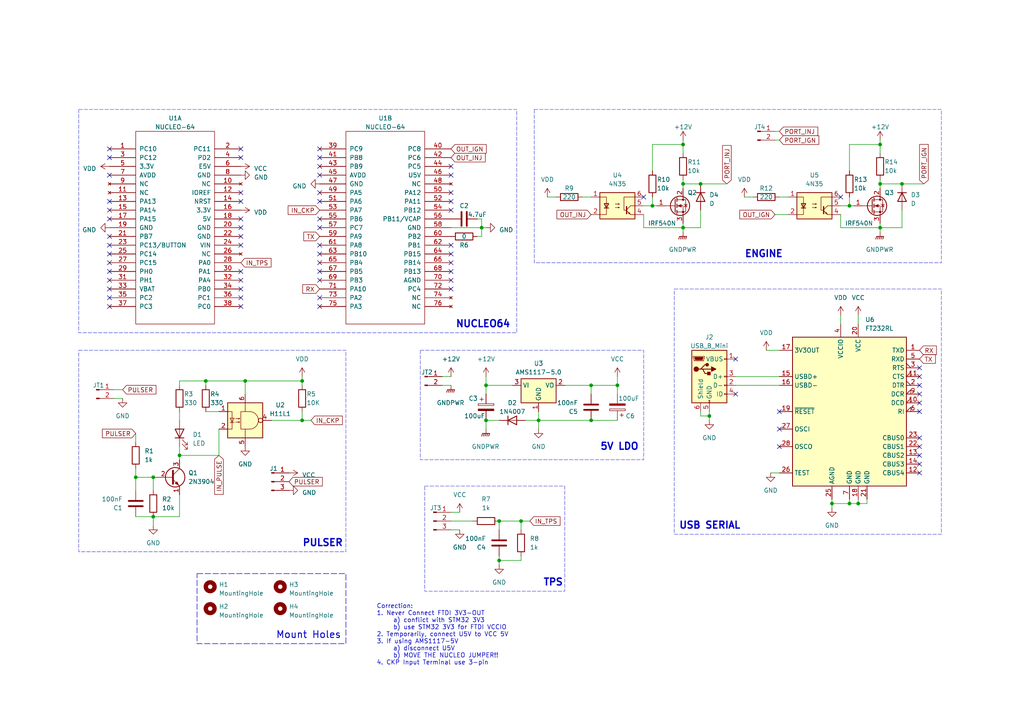
<source format=kicad_sch>
(kicad_sch (version 20230121) (generator eeschema)
  (paper "A4")
  (lib_symbols
    (symbol "+12V_1" (power) (pin_names (offset 0))
      (property "Value" "+12V_1" (at 0 3.556 0))
      (symbol "+12V_1_1_1"
        (pin power_in line (at 0 0 90) (length 0) hide (name "+12V") (number "1"))
      )
    )
    (symbol "Connector:Conn_01x02_Pin" (pin_names (offset 1.016) hide)
      (property "Reference" "J" (at 0 2.54 0))
      (property "Value" "Conn_01x02_Pin" (at 0 -5.08 0))
      (symbol "Conn_01x02_Pin_1_1"
        (pin passive line (at 5.08 0 180) (length 3.81) (name "Pin_1") (number "1"))
        (pin passive line (at 5.08 -2.54 180) (length 3.81) (name "Pin_2") (number "2"))
      )
    )
    (symbol "Connector:Conn_01x03_Pin" (pin_names (offset 1.016) hide)
      (property "Reference" "J" (at 0 5.08 0))
      (property "Value" "Conn_01x03_Pin" (at 0 -5.08 0))
      (symbol "Conn_01x03_Pin_1_1"
        (pin passive line (at 5.08 2.54 180) (length 3.81) (name "Pin_1") (number "1"))
        (pin passive line (at 5.08 0 180) (length 3.81) (name "Pin_2") (number "2"))
        (pin passive line (at 5.08 -2.54 180) (length 3.81) (name "Pin_3") (number "3"))
      )
    )
    (symbol "Connector:USB_B_Mini" (pin_names (offset 1.016))
      (property "Reference" "J" (at -5.08 11.43 0))
      (property "Value" "USB_B_Mini" (at -5.08 8.89 0))
      (symbol "USB_B_Mini_1_1"
        (pin power_out line (at 7.62 5.08 180) (length 2.54) (name "VBUS") (number "1"))
        (pin bidirectional line (at 7.62 -2.54 180) (length 2.54) (name "D-") (number "2"))
        (pin bidirectional line (at 7.62 0 180) (length 2.54) (name "D+") (number "3"))
        (pin passive line (at 7.62 -5.08 180) (length 2.54) (name "ID") (number "4"))
        (pin power_out line (at 0 -10.16 90) (length 2.54) (name "GND") (number "5"))
        (pin passive line (at -2.54 -10.16 90) (length 2.54) (name "Shield") (number "6"))
      )
    )
    (symbol "Device:C" (pin_numbers hide) (pin_names (offset 0.254))
      (property "Reference" "C" (at 0.635 2.54 0))
      (property "Value" "C" (at 0.635 -2.54 0))
      (symbol "C_1_1"
        (pin passive line (at 0 3.81 270) (length 2.794) (name "~") (number "1"))
        (pin passive line (at 0 -3.81 90) (length 2.794) (name "~") (number "2"))
      )
    )
    (symbol "Device:C_Polarized" (pin_numbers hide) (pin_names (offset 0.254))
      (property "Reference" "C" (at 0.635 2.54 0))
      (property "Value" "C_Polarized" (at 0.635 -2.54 0))
      (symbol "C_Polarized_1_1"
        (pin passive line (at 0 3.81 270) (length 2.794) (name "~") (number "1"))
        (pin passive line (at 0 -3.81 90) (length 2.794) (name "~") (number "2"))
      )
    )
    (symbol "Device:D" (pin_numbers hide) (pin_names (offset 1.016) hide)
      (property "Reference" "D" (at 0 2.54 0))
      (property "Value" "D" (at 0 -2.54 0))
      (symbol "D_1_1"
        (pin passive line (at -3.81 0 0) (length 2.54) (name "K") (number "1"))
        (pin passive line (at 3.81 0 180) (length 2.54) (name "A") (number "2"))
      )
    )
    (symbol "Device:LED" (pin_numbers hide) (pin_names (offset 1.016) hide)
      (property "Reference" "D" (at 0 2.54 0))
      (property "Value" "LED" (at 0 -2.54 0))
      (symbol "LED_1_1"
        (pin passive line (at -3.81 0 0) (length 2.54) (name "K") (number "1"))
        (pin passive line (at 3.81 0 180) (length 2.54) (name "A") (number "2"))
      )
    )
    (symbol "Device:R" (pin_numbers hide) (pin_names (offset 0))
      (property "Reference" "R" (at 2.032 0 90))
      (property "Value" "R" (at 0 0 90))
      (symbol "R_1_1"
        (pin passive line (at 0 3.81 270) (length 1.27) (name "~") (number "1"))
        (pin passive line (at 0 -3.81 90) (length 1.27) (name "~") (number "2"))
      )
    )
    (symbol "Diode:1N4007" (pin_numbers hide) (pin_names hide)
      (property "Reference" "D" (at 0 2.54 0))
      (property "Value" "1N4007" (at 0 -2.54 0))
      (symbol "1N4007_1_1"
        (pin passive line (at -3.81 0 0) (length 2.54) (name "K") (number "1"))
        (pin passive line (at 3.81 0 180) (length 2.54) (name "A") (number "2"))
      )
    )
    (symbol "Interface_USB:FT232RL"
      (property "Reference" "U" (at -16.51 22.86 0))
      (property "Value" "FT232RL" (at 10.16 22.86 0))
      (symbol "FT232RL_1_1"
        (pin output line (at 20.32 17.78 180) (length 3.81) (name "TXD") (number "1"))
        (pin input input_low (at 20.32 2.54 180) (length 3.81) (name "DCD") (number "10"))
        (pin input input_low (at 20.32 10.16 180) (length 3.81) (name "CTS") (number "11"))
        (pin bidirectional line (at 20.32 -17.78 180) (length 3.81) (name "CBUS4") (number "12"))
        (pin bidirectional line (at 20.32 -12.7 180) (length 3.81) (name "CBUS2") (number "13"))
        (pin bidirectional line (at 20.32 -15.24 180) (length 3.81) (name "CBUS3") (number "14"))
        (pin bidirectional line (at -20.32 10.16 0) (length 3.81) (name "USBD+") (number "15"))
        (pin bidirectional line (at -20.32 7.62 0) (length 3.81) (name "USBD-") (number "16"))
        (pin power_out line (at -20.32 17.78 0) (length 3.81) (name "3V3OUT") (number "17"))
        (pin power_in line (at 2.54 -25.4 90) (length 3.81) (name "GND") (number "18"))
        (pin input line (at -20.32 0 0) (length 3.81) (name "~{RESET}") (number "19"))
        (pin output output_low (at 20.32 7.62 180) (length 3.81) (name "DTR") (number "2"))
        (pin power_in line (at 2.54 25.4 270) (length 3.81) (name "VCC") (number "20"))
        (pin power_in line (at 5.08 -25.4 90) (length 3.81) (name "GND") (number "21"))
        (pin bidirectional line (at 20.32 -10.16 180) (length 3.81) (name "CBUS1") (number "22"))
        (pin bidirectional line (at 20.32 -7.62 180) (length 3.81) (name "CBUS0") (number "23"))
        (pin power_in line (at -5.08 -25.4 90) (length 3.81) (name "AGND") (number "25"))
        (pin input line (at -20.32 -17.78 0) (length 3.81) (name "TEST") (number "26"))
        (pin input line (at -20.32 -5.08 0) (length 3.81) (name "OSCI") (number "27"))
        (pin output line (at -20.32 -10.16 0) (length 3.81) (name "OSCO") (number "28"))
        (pin output output_low (at 20.32 12.7 180) (length 3.81) (name "RTS") (number "3"))
        (pin power_in line (at -2.54 25.4 270) (length 3.81) (name "VCCIO") (number "4"))
        (pin input line (at 20.32 15.24 180) (length 3.81) (name "RXD") (number "5"))
        (pin input input_low (at 20.32 0 180) (length 3.81) (name "RI") (number "6"))
        (pin power_in line (at 0 -25.4 90) (length 3.81) (name "GND") (number "7"))
        (pin input input_low (at 20.32 5.08 180) (length 3.81) (name "DCR") (number "9"))
      )
    )
    (symbol "Isolator:4N35" (pin_names (offset 1.016))
      (property "Reference" "U" (at -5.08 5.08 0))
      (property "Value" "4N35" (at 0 5.08 0))
      (symbol "4N35_1_1"
        (pin passive line (at -7.62 2.54 0) (length 2.54) (name "~") (number "1"))
        (pin passive line (at -7.62 -2.54 0) (length 2.54) (name "~") (number "2"))
        (pin no_connect line (at -5.08 0 0) (length 2.54) hide (name "NC") (number "3"))
        (pin passive line (at 7.62 -2.54 180) (length 2.54) (name "~") (number "4"))
        (pin passive line (at 7.62 0 180) (length 2.54) (name "~") (number "5"))
        (pin passive line (at 7.62 2.54 180) (length 2.54) (name "~") (number "6"))
      )
    )
    (symbol "Isolator:H11L1" (pin_names (offset 1.016))
      (property "Reference" "U" (at 1.27 8.89 0))
      (property "Value" "H11L1" (at 1.27 6.35 0))
      (symbol "H11L1_1_1"
        (pin passive line (at -7.62 2.54 0) (length 2.54) (name "~") (number "1"))
        (pin passive line (at -7.62 -2.54 0) (length 2.54) (name "~") (number "2"))
        (pin no_connect line (at -5.08 0 0) (length 2.54) hide (name "~") (number "3"))
        (pin output inverted (at 7.62 0 180) (length 3.81) (name "~") (number "4"))
        (pin power_in line (at 0 -7.62 90) (length 2.54) (name "~") (number "5"))
        (pin power_in line (at 0 7.62 270) (length 2.54) (name "~") (number "6"))
      )
    )
    (symbol "Mechanical:MountingHole" (pin_names (offset 1.016))
      (property "Reference" "H" (at 0 5.08 0))
      (property "Value" "MountingHole" (at 0 3.175 0))
    )
    (symbol "NUCLEO-64:NUCLEO-64" (pin_names (offset 1.016))
      (property "Reference" "U" (at 0 29.21 0))
      (property "Value" "NUCLEO-64" (at 0 -29.21 0))
      (symbol "NUCLEO-64_1_1"
        (pin bidirectional line (at -19.05 22.86 0) (length 7.62) (name "PC10") (number "1"))
        (pin no_connect line (at 19.05 12.7 180) (length 7.62) (name "NC") (number "10"))
        (pin no_connect line (at -19.05 10.16 0) (length 7.62) (name "NC") (number "11"))
        (pin power_out line (at 19.05 10.16 180) (length 7.62) (name "IOREF") (number "12"))
        (pin bidirectional line (at -19.05 7.62 0) (length 7.62) (name "PA13") (number "13"))
        (pin bidirectional line (at 19.05 7.62 180) (length 7.62) (name "NRST") (number "14"))
        (pin bidirectional line (at -19.05 5.08 0) (length 7.62) (name "PA14") (number "15"))
        (pin power_out line (at 19.05 5.08 180) (length 7.62) (name "3.3V") (number "16"))
        (pin bidirectional line (at -19.05 2.54 0) (length 7.62) (name "PA15") (number "17"))
        (pin power_out line (at 19.05 2.54 180) (length 7.62) (name "5V") (number "18"))
        (pin power_in line (at -19.05 0 0) (length 7.62) (name "GND") (number "19"))
        (pin bidirectional line (at 19.05 22.86 180) (length 7.62) (name "PC11") (number "2"))
        (pin power_in line (at 19.05 0 180) (length 7.62) (name "GND") (number "20"))
        (pin bidirectional line (at -19.05 -2.54 0) (length 7.62) (name "PB7") (number "21"))
        (pin power_in line (at 19.05 -2.54 180) (length 7.62) (name "GND") (number "22"))
        (pin bidirectional line (at -19.05 -5.08 0) (length 7.62) (name "PC13/BUTTON") (number "23"))
        (pin bidirectional line (at 19.05 -5.08 180) (length 7.62) (name "VIN") (number "24"))
        (pin bidirectional line (at -19.05 -7.62 0) (length 7.62) (name "PC14") (number "25"))
        (pin no_connect line (at 19.05 -7.62 180) (length 7.62) (name "NC") (number "26"))
        (pin bidirectional line (at -19.05 -10.16 0) (length 7.62) (name "PC15") (number "27"))
        (pin bidirectional line (at 19.05 -10.16 180) (length 7.62) (name "PA0") (number "28"))
        (pin bidirectional line (at -19.05 -12.7 0) (length 7.62) (name "PH0") (number "29"))
        (pin bidirectional line (at -19.05 20.32 0) (length 7.62) (name "PC12") (number "3"))
        (pin bidirectional line (at 19.05 -12.7 180) (length 7.62) (name "PA1") (number "30"))
        (pin bidirectional line (at -19.05 -15.24 0) (length 7.62) (name "PH1") (number "31"))
        (pin bidirectional line (at 19.05 -15.24 180) (length 7.62) (name "PA4") (number "32"))
        (pin power_in line (at -19.05 -17.78 0) (length 7.62) (name "VBAT") (number "33"))
        (pin bidirectional line (at 19.05 -17.78 180) (length 7.62) (name "PB0") (number "34"))
        (pin bidirectional line (at -19.05 -20.32 0) (length 7.62) (name "PC2") (number "35"))
        (pin bidirectional line (at 19.05 -20.32 180) (length 7.62) (name "PC1") (number "36"))
        (pin bidirectional line (at -19.05 -22.86 0) (length 7.62) (name "PC3") (number "37"))
        (pin bidirectional line (at 19.05 -22.86 180) (length 7.62) (name "PC0") (number "38"))
        (pin bidirectional line (at 19.05 20.32 180) (length 7.62) (name "PD2") (number "4"))
        (pin power_in line (at -19.05 17.78 0) (length 7.62) (name "3.3V") (number "5"))
        (pin power_in line (at 19.05 17.78 180) (length 7.62) (name "E5V") (number "6"))
        (pin power_in line (at -19.05 15.24 0) (length 7.62) (name "AVDD") (number "7"))
        (pin power_in line (at 19.05 15.24 180) (length 7.62) (name "GND") (number "8"))
        (pin no_connect line (at -19.05 12.7 0) (length 7.62) (name "NC") (number "9"))
      )
      (symbol "NUCLEO-64_2_1"
        (pin bidirectional line (at -19.05 22.86 0) (length 7.62) (name "PC9") (number "39"))
        (pin bidirectional line (at 19.05 22.86 180) (length 7.62) (name "PC8") (number "40"))
        (pin bidirectional line (at -19.05 20.32 0) (length 7.62) (name "PB8") (number "41"))
        (pin bidirectional line (at 19.05 20.32 180) (length 7.62) (name "PC6") (number "42"))
        (pin bidirectional line (at -19.05 17.78 0) (length 7.62) (name "PB9") (number "43"))
        (pin bidirectional line (at 19.05 17.78 180) (length 7.62) (name "PC5") (number "44"))
        (pin power_in line (at -19.05 15.24 0) (length 7.62) (name "AVDD") (number "45"))
        (pin power_out line (at 19.05 15.24 180) (length 7.62) (name "U5V") (number "46"))
        (pin power_in line (at -19.05 12.7 0) (length 7.62) (name "GND") (number "47"))
        (pin no_connect line (at 19.05 12.7 180) (length 7.62) (name "NC") (number "48"))
        (pin bidirectional line (at -19.05 10.16 0) (length 7.62) (name "PA5") (number "49"))
        (pin bidirectional line (at 19.05 10.16 180) (length 7.62) (name "PA12") (number "50"))
        (pin bidirectional line (at -19.05 7.62 0) (length 7.62) (name "PA6") (number "51"))
        (pin bidirectional line (at 19.05 7.62 180) (length 7.62) (name "PA11") (number "52"))
        (pin bidirectional line (at -19.05 5.08 0) (length 7.62) (name "PA7") (number "53"))
        (pin bidirectional line (at 19.05 5.08 180) (length 7.62) (name "PB12") (number "54"))
        (pin bidirectional line (at -19.05 2.54 0) (length 7.62) (name "PB6") (number "55"))
        (pin bidirectional line (at 19.05 2.54 180) (length 7.62) (name "PB11/VCAP") (number "56"))
        (pin bidirectional line (at -19.05 0 0) (length 7.62) (name "PC7") (number "57"))
        (pin power_in line (at 19.05 0 180) (length 7.62) (name "GND") (number "58"))
        (pin bidirectional line (at -19.05 -2.54 0) (length 7.62) (name "PA9") (number "59"))
        (pin bidirectional line (at 19.05 -2.54 180) (length 7.62) (name "PB2") (number "60"))
        (pin bidirectional line (at -19.05 -5.08 0) (length 7.62) (name "PA8") (number "61"))
        (pin bidirectional line (at 19.05 -5.08 180) (length 7.62) (name "PB1") (number "62"))
        (pin bidirectional line (at -19.05 -7.62 0) (length 7.62) (name "PB10") (number "63"))
        (pin bidirectional line (at 19.05 -7.62 180) (length 7.62) (name "PB15") (number "64"))
        (pin bidirectional line (at -19.05 -10.16 0) (length 7.62) (name "PB4") (number "65"))
        (pin bidirectional line (at 19.05 -10.16 180) (length 7.62) (name "PB14") (number "66"))
        (pin bidirectional line (at -19.05 -12.7 0) (length 7.62) (name "PB5") (number "67"))
        (pin bidirectional line (at 19.05 -12.7 180) (length 7.62) (name "PB13") (number "68"))
        (pin bidirectional line (at -19.05 -15.24 0) (length 7.62) (name "PB3") (number "69"))
        (pin power_in line (at 19.05 -15.24 180) (length 7.62) (name "AGND") (number "70"))
        (pin bidirectional line (at -19.05 -17.78 0) (length 7.62) (name "PA10") (number "71"))
        (pin bidirectional line (at 19.05 -17.78 180) (length 7.62) (name "PC4") (number "72"))
        (pin bidirectional line (at -19.05 -20.32 0) (length 7.62) (name "PA2") (number "73"))
        (pin no_connect line (at 19.05 -20.32 180) (length 7.62) (name "NC") (number "74"))
        (pin bidirectional line (at -19.05 -22.86 0) (length 7.62) (name "PA3") (number "75"))
        (pin no_connect line (at 19.05 -22.86 180) (length 7.62) (name "NC") (number "76"))
      )
    )
    (symbol "Regulator_Linear:AMS1117-5.0"
      (property "Reference" "U" (at -3.81 3.175 0))
      (property "Value" "AMS1117-5.0" (at 0 3.175 0))
      (symbol "AMS1117-5.0_1_1"
        (pin power_in line (at 0 -7.62 90) (length 2.54) (name "GND") (number "1"))
        (pin power_out line (at 7.62 0 180) (length 2.54) (name "VO") (number "2"))
        (pin power_in line (at -7.62 0 0) (length 2.54) (name "VI") (number "3"))
      )
    )
    (symbol "Transistor_BJT:2N3904" (pin_names (offset 0) hide)
      (property "Reference" "Q" (at 5.08 1.905 0))
      (property "Value" "2N3904" (at 5.08 0 0))
      (symbol "2N3904_1_1"
        (pin passive line (at 2.54 -5.08 90) (length 2.54) (name "E") (number "1"))
        (pin passive line (at -5.08 0 0) (length 5.715) (name "B") (number "2"))
        (pin passive line (at 2.54 5.08 270) (length 2.54) (name "C") (number "3"))
      )
    )
    (symbol "Transistor_FET:IRF540N" (pin_names hide)
      (property "Reference" "Q" (at 6.35 1.905 0))
      (property "Value" "IRF540N" (at 6.35 0 0))
      (symbol "IRF540N_1_1"
        (pin input line (at -5.08 0 0) (length 2.54) (name "G") (number "1"))
        (pin passive line (at 2.54 5.08 270) (length 2.54) (name "D") (number "2"))
        (pin passive line (at 2.54 -5.08 90) (length 2.54) (name "S") (number "3"))
      )
    )
    (symbol "power:+12V" (power) (pin_names (offset 0))
      (property "Value" "+12V" (at 0 3.556 0))
      (symbol "+12V_1_1"
        (pin power_in line (at 0 0 90) (length 0) hide (name "+12V") (number "1"))
      )
    )
    (symbol "power:GND" (power) (pin_names (offset 0))
      (property "Value" "GND" (at 0 -3.81 0))
      (symbol "GND_1_1"
        (pin power_in line (at 0 0 270) (length 0) hide (name "GND") (number "1"))
      )
    )
    (symbol "power:GNDPWR" (power) (pin_names (offset 0))
      (property "Value" "GNDPWR" (at 0 -3.302 0))
      (symbol "GNDPWR_1_1"
        (pin power_in line (at 0 0 270) (length 0) hide (name "GNDPWR") (number "1"))
      )
    )
    (symbol "power:VCC" (power) (pin_names (offset 0))
      (property "Value" "VCC" (at 0 3.81 0))
      (symbol "VCC_1_1"
        (pin power_in line (at 0 0 90) (length 0) hide (name "VCC") (number "1"))
      )
    )
    (symbol "power:VDD" (power) (pin_names (offset 0))
      (property "Value" "VDD" (at 0 3.81 0))
      (symbol "VDD_1_1"
        (pin power_in line (at 0 0 90) (length 0) hide (name "VDD") (number "1"))
      )
    )
  )
  (junction (at 255.27 41.91))
  (junction (at 246.38 59.69))
  (junction (at 87.63 110.49))
  (junction (at 144.78 162.56))
  (junction (at 255.27 66.04))
  (junction (at 255.27 53.34))
  (junction (at 87.63 121.92))
  (junction (at 59.69 110.49))
  (junction (at 52.07 132.08))
  (junction (at 71.12 110.49))
  (junction (at 171.45 111.76))
  (junction (at 205.74 120.65))
  (junction (at 179.07 111.76))
  (junction (at 198.12 41.91))
  (junction (at 144.78 151.13))
  (junction (at 203.2 53.34))
  (junction (at 139.7 66.04))
  (junction (at 151.13 151.13))
  (junction (at 248.92 146.05))
  (junction (at 246.38 146.05))
  (junction (at 189.23 59.69))
  (junction (at 39.37 138.43))
  (junction (at 44.45 149.86))
  (junction (at 44.45 138.43))
  (junction (at 140.97 111.76))
  (junction (at 198.12 66.04))
  (junction (at 261.62 53.34))
  (junction (at 241.3 146.05))
  (junction (at 140.97 121.92))
  (junction (at 156.21 121.92))
  (junction (at 171.45 121.92))
  (junction (at 198.12 53.34))
  (no_connect (at 31.75 43.18))
  (no_connect (at 69.85 58.42))
  (no_connect (at 266.7 134.62))
  (no_connect (at 69.85 45.72))
  (no_connect (at 130.81 81.28))
  (no_connect (at 130.81 48.26))
  (no_connect (at 243.84 57.15))
  (no_connect (at 130.81 60.96))
  (no_connect (at 226.06 119.38))
  (no_connect (at 69.85 43.18))
  (no_connect (at 92.71 50.8))
  (no_connect (at 92.71 88.9))
  (no_connect (at 31.75 76.2))
  (no_connect (at 266.7 129.54))
  (no_connect (at 92.71 55.88))
  (no_connect (at 69.85 78.74))
  (no_connect (at 266.7 119.38))
  (no_connect (at 92.71 73.66))
  (no_connect (at 266.7 116.84))
  (no_connect (at 130.81 78.74))
  (no_connect (at 266.7 114.3))
  (no_connect (at 69.85 55.88))
  (no_connect (at 92.71 48.26))
  (no_connect (at 130.81 83.82))
  (no_connect (at 31.75 68.58))
  (no_connect (at 92.71 78.74))
  (no_connect (at 130.81 58.42))
  (no_connect (at 31.75 50.8))
  (no_connect (at 266.7 137.16))
  (no_connect (at 130.81 76.2))
  (no_connect (at 266.7 127))
  (no_connect (at 266.7 109.22))
  (no_connect (at 31.75 63.5))
  (no_connect (at 31.75 58.42))
  (no_connect (at 266.7 106.68))
  (no_connect (at 31.75 45.72))
  (no_connect (at 31.75 71.12))
  (no_connect (at 92.71 58.42))
  (no_connect (at 31.75 88.9))
  (no_connect (at 92.71 76.2))
  (no_connect (at 130.81 55.88))
  (no_connect (at 92.71 66.04))
  (no_connect (at 92.71 71.12))
  (no_connect (at 31.75 81.28))
  (no_connect (at 92.71 86.36))
  (no_connect (at 266.7 111.76))
  (no_connect (at 226.06 129.54))
  (no_connect (at 31.75 83.82))
  (no_connect (at 92.71 45.72))
  (no_connect (at 92.71 81.28))
  (no_connect (at 130.81 73.66))
  (no_connect (at 69.85 71.12))
  (no_connect (at 92.71 63.5))
  (no_connect (at 213.36 114.3))
  (no_connect (at 69.85 68.58))
  (no_connect (at 92.71 43.18))
  (no_connect (at 69.85 66.04))
  (no_connect (at 69.85 63.5))
  (no_connect (at 69.85 88.9))
  (no_connect (at 130.81 50.8))
  (no_connect (at 213.36 104.14))
  (no_connect (at 31.75 86.36))
  (no_connect (at 31.75 78.74))
  (no_connect (at 69.85 83.82))
  (no_connect (at 69.85 86.36))
  (no_connect (at 186.69 57.15))
  (no_connect (at 130.81 71.12))
  (no_connect (at 226.06 124.46))
  (no_connect (at 69.85 81.28))
  (no_connect (at 266.7 132.08))
  (no_connect (at 31.75 73.66))
  (no_connect (at 31.75 60.96))
  (wire (pts (xy 198.12 40.64) (xy 198.12 41.91)))
  (wire (pts (xy 144.78 161.29) (xy 144.78 162.56)))
  (wire (pts (xy 156.21 119.38) (xy 156.21 121.92)))
  (wire (pts (xy 78.74 121.92) (xy 87.63 121.92)))
  (wire (pts (xy 39.37 125.73) (xy 39.37 128.27)))
  (wire (pts (xy 248.92 144.78) (xy 248.92 146.05)))
  (wire (pts (xy 130.81 151.13) (xy 137.16 151.13)))
  (wire (pts (xy 148.59 111.76) (xy 140.97 111.76)))
  (wire (pts (xy 205.74 119.38) (xy 205.74 120.65)))
  (wire (pts (xy 52.07 132.08) (xy 63.5 132.08)))
  (wire (pts (xy 261.62 60.96) (xy 261.62 66.04)))
  (wire (pts (xy 44.45 138.43) (xy 44.45 142.24)))
  (wire (pts (xy 163.83 111.76) (xy 171.45 111.76)))
  (wire (pts (xy 71.12 110.49) (xy 87.63 110.49)))
  (wire (pts (xy 130.81 153.67) (xy 133.35 153.67)))
  (wire (pts (xy 189.23 49.53) (xy 189.23 41.91)))
  (wire (pts (xy 189.23 59.69) (xy 190.5 59.69)))
  (wire (pts (xy 246.38 57.15) (xy 246.38 59.69)))
  (wire (pts (xy 179.07 109.22) (xy 179.07 111.76)))
  (wire (pts (xy 246.38 146.05) (xy 241.3 146.05)))
  (wire (pts (xy 198.12 41.91) (xy 198.12 44.45)))
  (wire (pts (xy 39.37 149.86) (xy 44.45 149.86)))
  (wire (pts (xy 224.79 62.23) (xy 228.6 62.23)))
  (wire (pts (xy 39.37 135.89) (xy 39.37 138.43)))
  (wire (pts (xy 255.27 52.07) (xy 255.27 53.34)))
  (wire (pts (xy 140.97 109.22) (xy 140.97 111.76)))
  (wire (pts (xy 241.3 146.05) (xy 241.3 147.32)))
  (wire (pts (xy 203.2 60.96) (xy 203.2 66.04)))
  (wire (pts (xy 203.2 120.65) (xy 205.74 120.65)))
  (wire (pts (xy 246.38 49.53) (xy 246.38 41.91)))
  (wire (pts (xy 139.7 63.5) (xy 139.7 66.04)))
  (wire (pts (xy 140.97 121.92) (xy 144.78 121.92)))
  (wire (pts (xy 255.27 53.34) (xy 255.27 54.61)))
  (wire (pts (xy 139.7 68.58) (xy 139.7 66.04)))
  (wire (pts (xy 224.79 40.64) (xy 226.06 40.64)))
  (wire (pts (xy 205.74 120.65) (xy 205.74 121.92)))
  (wire (pts (xy 140.97 121.92) (xy 140.97 124.46)))
  (wire (pts (xy 243.84 91.44) (xy 243.84 93.98)))
  (wire (pts (xy 261.62 66.04) (xy 255.27 66.04)))
  (wire (pts (xy 255.27 41.91) (xy 255.27 44.45)))
  (wire (pts (xy 87.63 110.49) (xy 87.63 111.76)))
  (wire (pts (xy 151.13 161.29) (xy 151.13 162.56)))
  (wire (pts (xy 246.38 146.05) (xy 248.92 146.05)))
  (wire (pts (xy 52.07 119.38) (xy 52.07 121.92)))
  (wire (pts (xy 248.92 146.05) (xy 251.46 146.05)))
  (wire (pts (xy 243.84 66.04) (xy 255.27 66.04)))
  (wire (pts (xy 59.69 111.76) (xy 59.69 110.49)))
  (wire (pts (xy 52.07 110.49) (xy 59.69 110.49)))
  (wire (pts (xy 130.81 148.59) (xy 133.35 148.59)))
  (wire (pts (xy 171.45 111.76) (xy 179.07 111.76)))
  (wire (pts (xy 203.2 119.38) (xy 203.2 120.65)))
  (wire (pts (xy 198.12 64.77) (xy 198.12 66.04)))
  (wire (pts (xy 156.21 121.92) (xy 156.21 124.46)))
  (wire (pts (xy 255.27 40.64) (xy 255.27 41.91)))
  (wire (pts (xy 52.07 149.86) (xy 44.45 149.86)))
  (wire (pts (xy 248.92 91.44) (xy 248.92 93.98)))
  (wire (pts (xy 156.21 121.92) (xy 171.45 121.92)))
  (wire (pts (xy 186.69 59.69) (xy 189.23 59.69)))
  (wire (pts (xy 171.45 121.92) (xy 179.07 121.92)))
  (wire (pts (xy 198.12 53.34) (xy 198.12 54.61)))
  (wire (pts (xy 246.38 144.78) (xy 246.38 146.05)))
  (wire (pts (xy 151.13 162.56) (xy 144.78 162.56)))
  (wire (pts (xy 255.27 66.04) (xy 255.27 67.31)))
  (wire (pts (xy 63.5 132.08) (xy 63.5 124.46)))
  (wire (pts (xy 189.23 41.91) (xy 198.12 41.91)))
  (wire (pts (xy 222.25 101.6) (xy 226.06 101.6)))
  (wire (pts (xy 198.12 52.07) (xy 198.12 53.34)))
  (wire (pts (xy 33.02 115.57) (xy 35.56 115.57)))
  (wire (pts (xy 203.2 66.04) (xy 198.12 66.04)))
  (wire (pts (xy 87.63 119.38) (xy 87.63 121.92)))
  (wire (pts (xy 243.84 62.23) (xy 243.84 66.04)))
  (wire (pts (xy 223.52 137.16) (xy 226.06 137.16)))
  (wire (pts (xy 52.07 129.54) (xy 52.07 132.08)))
  (wire (pts (xy 261.62 53.34) (xy 267.97 53.34)))
  (wire (pts (xy 241.3 144.78) (xy 241.3 146.05)))
  (wire (pts (xy 87.63 109.22) (xy 87.63 110.49)))
  (wire (pts (xy 255.27 64.77) (xy 255.27 66.04)))
  (wire (pts (xy 151.13 153.67) (xy 151.13 151.13)))
  (wire (pts (xy 186.69 62.23) (xy 186.69 66.04)))
  (wire (pts (xy 246.38 59.69) (xy 247.65 59.69)))
  (wire (pts (xy 39.37 138.43) (xy 44.45 138.43)))
  (wire (pts (xy 52.07 133.35) (xy 52.07 132.08)))
  (wire (pts (xy 59.69 110.49) (xy 71.12 110.49)))
  (wire (pts (xy 71.12 114.3) (xy 71.12 110.49)))
  (wire (pts (xy 138.43 68.58) (xy 139.7 68.58)))
  (wire (pts (xy 128.27 109.22) (xy 130.81 109.22)))
  (wire (pts (xy 144.78 162.56) (xy 144.78 163.83)))
  (wire (pts (xy 33.02 113.03) (xy 35.56 113.03)))
  (wire (pts (xy 44.45 149.86) (xy 44.45 152.4)))
  (wire (pts (xy 246.38 41.91) (xy 255.27 41.91)))
  (wire (pts (xy 215.9 57.15) (xy 218.44 57.15)))
  (wire (pts (xy 140.97 66.04) (xy 139.7 66.04)))
  (wire (pts (xy 255.27 53.34) (xy 261.62 53.34)))
  (wire (pts (xy 198.12 53.34) (xy 203.2 53.34)))
  (wire (pts (xy 59.69 119.38) (xy 63.5 119.38)))
  (wire (pts (xy 179.07 111.76) (xy 179.07 114.3)))
  (wire (pts (xy 144.78 151.13) (xy 144.78 153.67)))
  (wire (pts (xy 198.12 67.31) (xy 198.12 66.04)))
  (wire (pts (xy 152.4 121.92) (xy 156.21 121.92)))
  (wire (pts (xy 128.27 111.76) (xy 130.81 111.76)))
  (wire (pts (xy 139.7 66.04) (xy 130.81 66.04)))
  (wire (pts (xy 213.36 109.22) (xy 226.06 109.22)))
  (wire (pts (xy 140.97 111.76) (xy 140.97 114.3)))
  (wire (pts (xy 171.45 111.76) (xy 171.45 114.3)))
  (wire (pts (xy 52.07 111.76) (xy 52.07 110.49)))
  (wire (pts (xy 251.46 144.78) (xy 251.46 146.05)))
  (wire (pts (xy 203.2 53.34) (xy 210.82 53.34)))
  (wire (pts (xy 151.13 151.13) (xy 153.67 151.13)))
  (wire (pts (xy 52.07 143.51) (xy 52.07 149.86)))
  (wire (pts (xy 39.37 142.24) (xy 39.37 138.43)))
  (wire (pts (xy 224.79 38.1) (xy 226.06 38.1)))
  (wire (pts (xy 226.06 57.15) (xy 228.6 57.15)))
  (wire (pts (xy 158.75 57.15) (xy 161.29 57.15)))
  (wire (pts (xy 87.63 121.92) (xy 90.17 121.92)))
  (wire (pts (xy 186.69 66.04) (xy 198.12 66.04)))
  (wire (pts (xy 189.23 57.15) (xy 189.23 59.69)))
  (wire (pts (xy 151.13 151.13) (xy 144.78 151.13)))
  (wire (pts (xy 168.91 57.15) (xy 171.45 57.15)))
  (wire (pts (xy 243.84 59.69) (xy 246.38 59.69)))
  (wire (pts (xy 138.43 63.5) (xy 139.7 63.5)))
  (wire (pts (xy 213.36 111.76) (xy 226.06 111.76)))
  (rectangle (start 57.15 166.37) (end 100.33 186.69) (stroke (width 0) (type dash)))
  (rectangle (start 195.58 83.82) (end 273.05 154.94) (stroke (width 0.1) (type dash)))
  (rectangle (start 22.86 101.6) (end 100.33 160.02) (stroke (width 0.1) (type dash)))
  (rectangle (start 22.86 31.75) (end 149.86 96.52) (stroke (width 0.1) (type dash)))
  (rectangle (start 154.94 31.75) (end 273.05 76.2) (stroke (width 0.1) (type dash)))
  (rectangle (start 121.92 101.6) (end 186.69 133.35) (stroke (width 0.1) (type dash)))
  (rectangle (start 123.19 140.97) (end 163.83 171.45) (stroke (width 0.1) (type dash)))
  (text "Mount Holes\n" (at 80.01 185.42 0) (effects (font (size 2 2) (thickness 0.254) bold) (justify left bottom)))
  (text "NUCLEO64\n" (at 132.08 95.25 0) (effects (font (size 2 2) bold) (justify left bottom)))
  (text "TPS" (at 157.48 170.18 0) (effects (font (size 2 2) bold) (justify left bottom)))
  (text "5V LDO" (at 173.99 130.81 0) (effects (font (size 2 2) bold) (justify left bottom)))
  (text "USB SERIAL\n" (at 196.85 153.67 0) (effects (font (size 2 2) bold) (justify left bottom)))
  (text "PULSER\n" (at 87.63 158.75 0) (effects (font (size 2 2) bold) (justify left bottom)))
  (text "ENGINE\n" (at 215.9 74.93 0) (effects (font (size 2 2) bold) (justify left bottom)))
  (text "Correction:\n1. Never Connect FTDI 3V3-OUT\n	a) conflict with STM32 3V3\n	b) use STM32 3V3 for FTDI VCCIO\n2. Temporarily, connect U5V to VCC 5V\n3. If using AMS1117-5V\n	a) disconnect U5V\n	b) MOVE THE NUCLEO JUMPER!!\n4. CKP Input Terminal use 3-pin" (at 109.22 193.04 0) (effects (font (size 1.27 1.27)) (justify left bottom)))
  (global_label "RX" (shape input) (at 266.7 101.6 0) (property "Intersheetrefs" "${INTERSHEET_REFS}" (effects hide)))
  (global_label "TX" (shape input) (at 92.71 68.58 180) (property "Intersheetrefs" "${INTERSHEET_REFS}" (effects hide)))
  (global_label "IN_CKP" (shape input) (at 90.17 121.92 0) (property "Intersheetrefs" "${INTERSHEET_REFS}" (effects hide)))
  (global_label "OUT_INJ" (shape input) (at 171.45 62.23 180) (property "Intersheetrefs" "${INTERSHEET_REFS}" (effects hide)))
  (global_label "PORT_INJ" (shape input) (at 210.82 53.34 90) (property "Intersheetrefs" "${INTERSHEET_REFS}" (effects hide)))
  (global_label "OUT_IGN" (shape input) (at 130.81 43.18 0) (property "Intersheetrefs" "${INTERSHEET_REFS}" (effects hide)))
  (global_label "PORT_INJ" (shape input) (at 226.06 38.1 0) (property "Intersheetrefs" "${INTERSHEET_REFS}" (effects hide)))
  (global_label "OUT_IGN" (shape input) (at 224.79 62.23 180) (property "Intersheetrefs" "${INTERSHEET_REFS}" (effects hide)))
  (global_label "OUT_INJ" (shape input) (at 130.81 45.72 0) (property "Intersheetrefs" "${INTERSHEET_REFS}" (effects hide)))
  (global_label "IN_TPS" (shape input) (at 153.67 151.13 0) (property "Intersheetrefs" "${INTERSHEET_REFS}" (effects hide)))
  (global_label "IN_PULSE" (shape input) (at 63.5 132.08 270) (property "Intersheetrefs" "${INTERSHEET_REFS}" (effects hide)))
  (global_label "IN_TPS" (shape input) (at 69.85 76.2 0) (property "Intersheetrefs" "${INTERSHEET_REFS}" (effects hide)))
  (global_label "IN_CKP" (shape input) (at 92.71 60.96 180) (property "Intersheetrefs" "${INTERSHEET_REFS}" (effects hide)))
  (global_label "PULSER" (shape input) (at 39.37 125.73 180) (property "Intersheetrefs" "${INTERSHEET_REFS}" (effects hide)))
  (global_label "RX" (shape input) (at 92.71 83.82 180) (property "Intersheetrefs" "${INTERSHEET_REFS}" (effects hide)))
  (global_label "TX" (shape input) (at 266.7 104.14 0) (property "Intersheetrefs" "${INTERSHEET_REFS}" (effects hide)))
  (global_label "PORT_IGN" (shape input) (at 226.06 40.64 0) (property "Intersheetrefs" "${INTERSHEET_REFS}" (effects hide)))
  (global_label "PORT_IGN" (shape input) (at 267.97 53.34 90) (property "Intersheetrefs" "${INTERSHEET_REFS}" (effects hide)))
  (global_label "PULSER" (shape input) (at 83.82 139.7 0) (property "Intersheetrefs" "${INTERSHEET_REFS}" (effects hide)))
  (global_label "PULSER" (shape input) (at 35.56 113.03 0) (property "Intersheetrefs" "${INTERSHEET_REFS}" (effects hide)))
  (symbol (lib_name "+12V_1") (lib_id "power:+12V") (at 198.12 40.64 0) (unit 1)
    (property "Reference" "#PWR024" (effects hide))
    (property "Value" "+12V" (at 198.12 36.83 0))
  )
  (symbol (lib_id "Transistor_FET:IRF540N") (at 252.73 59.69 0) (unit 1)
    (property "Reference" "Q3" (at 256.54 55.88 0) (effects (justify left)))
    (property "Value" "IRF540N" (at 245.11 64.77 0) (effects (justify left)))
    (property "Footprint" "Package_TO_SOT_THT:TO-220-3_Horizontal_TabDown" (effects hide))
    (property "Datasheet" "http://www.irf.com/product-info/datasheets/data/irf540n.pdf" (effects hide))
  )
  (symbol (lib_id "Device:C_Polarized") (at 179.07 118.11 180) (unit 1)
    (property "Reference" "C6" (at 184.15 120.65 0) (effects (justify left)))
    (property "Value" "100uF" (at 185.42 115.57 0) (effects (justify left)))
    (property "Footprint" "Capacitor_THT:CP_Radial_D7.5mm_P2.50mm" (effects hide))
  )
  (symbol (lib_id "Diode:1N4007") (at 148.59 121.92 0) (unit 1)
    (property "Reference" "D2" (at 148.59 116.84 0))
    (property "Value" "1N4007" (at 148.59 119.38 0))
    (property "Footprint" "Diode_THT:D_DO-41_SOD81_P10.16mm_Horizontal" (effects hide))
    (property "Datasheet" "http://www.vishay.com/docs/88503/1n4001.pdf" (effects hide))
    (property "Sim.Device" "D" (effects hide))
    (property "Sim.Pins" "1=K 2=A" (effects hide))
  )
  (symbol (lib_id "Device:C") (at 134.62 63.5 90) (unit 1)
    (property "Reference" "C2" (at 134.62 59.69 90))
    (property "Value" "4.7uF" (at 138.43 62.23 90))
    (property "Footprint" "Capacitor_SMD:C_1206_3216Metric_Pad1.33x1.80mm_HandSolder" (effects hide))
  )
  (symbol (lib_id "Isolator:H11L1") (at 71.12 121.92 0) (unit 1)
    (property "Reference" "U2" (at 81.28 117.475 0))
    (property "Value" "H11L1" (at 81.28 120.015 0))
    (property "Footprint" "Package_DIP:DIP-6_W7.62mm" (effects hide))
    (property "Datasheet" "https://www.onsemi.com/pub/Collateral/H11L3M-D.PDF" (effects hide))
  )
  (symbol (lib_id "power:GND") (at 44.45 152.4 0) (unit 1)
    (property "Reference" "#PWR04" (effects hide))
    (property "Value" "GND" (at 44.45 157.48 0))
  )
  (symbol (lib_id "power:GND") (at 223.52 137.16 0) (unit 1)
    (property "Reference" "#PWR029" (effects hide))
    (property "Value" "GND" (at 223.52 142.24 0))
  )
  (symbol (lib_id "Mechanical:MountingHole") (at 60.96 170.18 0) (unit 1)
    (property "Reference" "H1" (at 63.5 169.545 0) (effects (justify left)))
    (property "Value" "MountingHole" (at 63.5 172.085 0) (effects (justify left)))
    (property "Footprint" "MountingHole:MountingHole_2.5mm" (effects hide))
  )
  (symbol (lib_id "Mechanical:MountingHole") (at 81.28 176.53 0) (unit 1)
    (property "Reference" "H4" (at 83.82 175.895 0) (effects (justify left)))
    (property "Value" "MountingHole" (at 83.82 178.435 0) (effects (justify left)))
    (property "Footprint" "MountingHole:MountingHole_2.5mm" (effects hide))
  )
  (symbol (lib_id "power:VCC") (at 179.07 109.22 0) (unit 1)
    (property "Reference" "#PWR023" (effects hide))
    (property "Value" "VCC" (at 179.07 104.14 0))
  )
  (symbol (lib_id "Device:R") (at 59.69 115.57 0) (unit 1)
    (property "Reference" "R4" (at 60.96 114.3 0) (effects (justify left)))
    (property "Value" "330" (at 60.96 116.84 0) (effects (justify left)))
    (property "Footprint" "Resistor_SMD:R_1206_3216Metric_Pad1.30x1.75mm_HandSolder" (effects hide))
  )
  (symbol (lib_id "power:GNDPWR") (at 130.81 111.76 0) (unit 1)
    (property "Reference" "#PWR014" (effects hide))
    (property "Value" "GNDPWR" (at 130.683 116.84 0))
  )
  (symbol (lib_id "power:VDD") (at 87.63 109.22 0) (unit 1)
    (property "Reference" "#PWR011" (effects hide))
    (property "Value" "VDD" (at 87.63 104.14 0))
  )
  (symbol (lib_id "Device:R") (at 87.63 115.57 0) (unit 1)
    (property "Reference" "R5" (at 88.9 114.3 0) (effects (justify left)))
    (property "Value" "10K" (at 88.9 116.84 0) (effects (justify left)))
    (property "Footprint" "Resistor_SMD:R_1206_3216Metric_Pad1.30x1.75mm_HandSolder" (effects hide))
  )
  (symbol (lib_id "Device:C_Polarized") (at 140.97 118.11 0) (unit 1)
    (property "Reference" "C3" (at 135.89 115.57 0) (effects (justify left)))
    (property "Value" "100uF" (at 134.62 120.65 0) (effects (justify left)))
    (property "Footprint" "Capacitor_THT:CP_Radial_D7.5mm_P2.50mm" (effects hide))
  )
  (symbol (lib_id "power:GND") (at 133.35 153.67 0) (unit 1)
    (property "Reference" "#PWR016" (effects hide))
    (property "Value" "GND" (at 133.35 158.75 0))
  )
  (symbol (lib_id "Isolator:4N35") (at 179.07 59.69 0) (unit 1)
    (property "Reference" "U4" (at 179.07 50.8 0))
    (property "Value" "4N35" (at 179.07 53.34 0))
    (property "Footprint" "Package_DIP:DIP-6_W7.62mm" (effects hide))
    (property "Datasheet" "https://www.vishay.com/docs/81181/4n35.pdf" (effects hide))
  )
  (symbol (lib_id "power:VCC") (at 133.35 148.59 0) (unit 1)
    (property "Reference" "#PWR015" (effects hide))
    (property "Value" "VCC" (at 133.35 143.51 0))
  )
  (symbol (lib_id "power:+12V") (at 130.81 109.22 0) (unit 1)
    (property "Reference" "#PWR013" (effects hide))
    (property "Value" "+12V" (at 130.81 104.14 0))
  )
  (symbol (lib_id "Connector:Conn_01x03_Pin") (at 125.73 151.13 0) (unit 1)
    (property "Reference" "JT3" (at 126.365 147.32 0))
    (property "Value" "Conn_01x03_Pin" (effects hide))
    (property "Footprint" "TerminalBlock:TerminalBlock_Altech_AK300-3_P5.00mm" (effects hide))
  )
  (symbol (lib_id "power:GND") (at 205.74 121.92 0) (unit 1)
    (property "Reference" "#PWR026" (effects hide))
    (property "Value" "GND" (at 205.74 127 0))
  )
  (symbol (lib_id "power:VDD") (at 31.75 48.26 90) (unit 1)
    (property "Reference" "#PWR01" (effects hide))
    (property "Value" "VDD" (at 27.94 48.895 90) (effects (justify left)))
  )
  (symbol (lib_id "Device:LED") (at 52.07 125.73 90) (unit 1)
    (property "Reference" "D1" (at 55.88 126.0474 90) (effects (justify right)))
    (property "Value" "LED" (at 55.88 128.5874 90) (effects (justify right)))
    (property "Footprint" "LED_SMD:LED_1206_3216Metric_Pad1.42x1.75mm_HandSolder" (effects hide))
  )
  (symbol (lib_id "Device:R") (at 165.1 57.15 90) (unit 1)
    (property "Reference" "R9" (at 165.1 54.61 90))
    (property "Value" "220" (at 165.1 57.15 90))
    (property "Footprint" "Resistor_SMD:R_1206_3216Metric_Pad1.30x1.75mm_HandSolder" (effects hide))
  )
  (symbol (lib_id "Transistor_FET:IRF540N") (at 195.58 59.69 0) (unit 1)
    (property "Reference" "Q2" (at 199.39 55.88 0) (effects (justify left)))
    (property "Value" "IRF540N" (at 187.96 64.77 0) (effects (justify left)))
    (property "Footprint" "Package_TO_SOT_THT:TO-220-3_Horizontal_TabDown" (effects hide))
    (property "Datasheet" "http://www.irf.com/product-info/datasheets/data/irf540n.pdf" (effects hide))
  )
  (symbol (lib_id "power:VCC") (at 69.85 48.26 270) (unit 1)
    (property "Reference" "#PWR05" (effects hide))
    (property "Value" "VCC" (at 73.66 48.895 90) (effects (justify left)))
  )
  (symbol (lib_id "power:VDD") (at 215.9 57.15 0) (unit 1)
    (property "Reference" "#PWR027" (effects hide))
    (property "Value" "VDD" (at 215.9 52.07 0))
  )
  (symbol (lib_id "Connector:Conn_01x02_Pin") (at 123.19 109.22 0) (unit 1)
    (property "Reference" "JT2" (at 123.825 107.95 0))
    (property "Value" "Conn_01x02_Pin" (effects hide))
    (property "Footprint" "TerminalBlock:TerminalBlock_Altech_AK300-2_P5.00mm" (effects hide))
  )
  (symbol (lib_id "Mechanical:MountingHole") (at 60.96 176.53 0) (unit 1)
    (property "Reference" "H2" (at 63.5 175.895 0) (effects (justify left)))
    (property "Value" "MountingHole" (at 63.5 178.435 0) (effects (justify left)))
    (property "Footprint" "MountingHole:MountingHole_2.5mm" (effects hide))
  )
  (symbol (lib_id "Isolator:4N35") (at 236.22 59.69 0) (unit 1)
    (property "Reference" "U5" (at 236.22 50.8 0))
    (property "Value" "4N35" (at 236.22 53.34 0))
    (property "Footprint" "Package_DIP:DIP-6_W7.62mm" (effects hide))
    (property "Datasheet" "https://www.vishay.com/docs/81181/4n35.pdf" (effects hide))
  )
  (symbol (lib_id "Mechanical:MountingHole") (at 81.28 170.18 0) (unit 1)
    (property "Reference" "H3" (at 83.82 169.545 0) (effects (justify left)))
    (property "Value" "MountingHole" (at 83.82 172.085 0) (effects (justify left)))
    (property "Footprint" "MountingHole:MountingHole_2.5mm" (effects hide))
  )
  (symbol (lib_id "Device:R") (at 222.25 57.15 90) (unit 1)
    (property "Reference" "R12" (at 222.25 54.61 90))
    (property "Value" "220" (at 222.25 57.15 90))
    (property "Footprint" "Resistor_SMD:R_1206_3216Metric_Pad1.30x1.75mm_HandSolder" (effects hide))
  )
  (symbol (lib_id "Device:R") (at 39.37 132.08 0) (unit 1)
    (property "Reference" "R1" (at 41.91 130.8099 0) (effects (justify left)))
    (property "Value" "1k" (at 41.91 133.3499 0) (effects (justify left)))
    (property "Footprint" "Resistor_SMD:R_1206_3216Metric_Pad1.30x1.75mm_HandSolder" (effects hide))
  )
  (symbol (lib_id "power:VCC") (at 83.82 137.16 270) (unit 1)
    (property "Reference" "#PWR09" (effects hide))
    (property "Value" "VCC" (at 87.63 137.795 90) (effects (justify left)))
  )
  (symbol (lib_id "NUCLEO-64:NUCLEO-64") (at 111.76 66.04 0) (unit 2)
    (property "Reference" "U1" (at 111.76 34.29 0))
    (property "Value" "NUCLEO-64" (at 111.76 36.83 0))
    (property "Footprint" "user:Nucleo-64" (effects hide))
    (property "Datasheet" "DOCUMENTATION" (effects hide))
  )
  (symbol (lib_id "Connector:Conn_01x03_Pin") (at 78.74 139.7 0) (unit 1)
    (property "Reference" "J1" (at 79.375 135.89 0))
    (property "Value" "Conn_01x03_Pin" (effects hide))
    (property "Footprint" "Connector_PinHeader_2.54mm:PinHeader_1x03_P2.54mm_Vertical" (effects hide))
  )
  (symbol (lib_id "power:VCC") (at 248.92 91.44 0) (unit 1)
    (property "Reference" "#PWR032" (effects hide))
    (property "Value" "VCC" (at 248.92 86.36 0))
  )
  (symbol (lib_id "Device:C") (at 144.78 157.48 180) (unit 1)
    (property "Reference" "C4" (at 140.97 158.7501 0) (effects (justify left)))
    (property "Value" "100nF" (at 140.97 156.2101 0) (effects (justify left)))
    (property "Footprint" "Capacitor_SMD:C_1206_3216Metric_Pad1.33x1.80mm_HandSolder" (effects hide))
  )
  (symbol (lib_id "Regulator_Linear:AMS1117-5.0") (at 156.21 111.76 0) (unit 1)
    (property "Reference" "U3" (at 156.21 105.41 0))
    (property "Value" "AMS1117-5.0" (at 156.21 107.95 0))
    (property "Footprint" "Package_TO_SOT_SMD:SOT-223-3_TabPin2" (effects hide))
    (property "Datasheet" "http://www.advanced-monolithic.com/pdf/ds1117.pdf" (effects hide))
  )
  (symbol (lib_id "Transistor_BJT:2N3904") (at 49.53 138.43 0) (unit 1)
    (property "Reference" "Q1" (at 54.61 137.1599 0) (effects (justify left)))
    (property "Value" "2N3904" (at 54.61 139.6999 0) (effects (justify left)))
    (property "Footprint" "Package_TO_SOT_THT:TO-92_Inline" (effects hide))
    (property "Datasheet" "https://www.onsemi.com/pub/Collateral/2N3903-D.PDF" (effects hide))
  )
  (symbol (lib_id "power:VDD") (at 69.85 60.96 270) (unit 1)
    (property "Reference" "#PWR07" (effects hide))
    (property "Value" "VDD" (at 73.66 61.595 90) (effects (justify left)))
  )
  (symbol (lib_id "power:VDD") (at 158.75 57.15 0) (unit 1)
    (property "Reference" "#PWR022" (effects hide))
    (property "Value" "VDD" (at 158.75 52.07 0))
  )
  (symbol (lib_id "Device:R") (at 246.38 53.34 0) (unit 1)
    (property "Reference" "R13" (at 247.65 52.07 0) (effects (justify left)))
    (property "Value" "10k" (at 247.65 54.61 0) (effects (justify left)))
    (property "Footprint" "Resistor_SMD:R_1206_3216Metric_Pad1.30x1.75mm_HandSolder" (effects hide))
  )
  (symbol (lib_id "power:GND") (at 241.3 147.32 0) (unit 1)
    (property "Reference" "#PWR030" (effects hide))
    (property "Value" "GND" (at 241.3 152.4 0))
  )
  (symbol (lib_id "Connector:USB_B_Mini") (at 205.74 109.22 0) (unit 1)
    (property "Reference" "J2" (at 205.74 97.79 0))
    (property "Value" "USB_B_Mini" (at 205.74 100.33 0))
    (property "Footprint" "Connector_USB:USB_Mini-B_Wuerth_65100516121_Horizontal" (effects hide))
  )
  (symbol (lib_id "power:GND") (at 83.82 142.24 90) (unit 1)
    (property "Reference" "#PWR010" (effects hide))
    (property "Value" "GND" (at 87.63 142.875 90) (effects (justify right)))
  )
  (symbol (lib_id "Device:R") (at 140.97 151.13 90) (unit 1)
    (property "Reference" "R7" (at 140.97 144.78 90))
    (property "Value" "1k" (at 140.97 147.32 90))
    (property "Footprint" "Resistor_SMD:R_1206_3216Metric_Pad1.30x1.75mm_HandSolder" (effects hide))
  )
  (symbol (lib_id "Device:C") (at 171.45 118.11 180) (unit 1)
    (property "Reference" "C5" (at 167.64 119.3801 0) (effects (justify left)))
    (property "Value" "100nF" (at 167.64 116.8401 0) (effects (justify left)))
    (property "Footprint" "Capacitor_SMD:C_1206_3216Metric_Pad1.33x1.80mm_HandSolder" (effects hide))
  )
  (symbol (lib_id "Device:R") (at 134.62 68.58 90) (unit 1)
    (property "Reference" "R6" (at 134.62 71.12 90))
    (property "Value" "0" (at 134.62 68.58 90))
    (property "Footprint" "Resistor_SMD:R_1206_3216Metric_Pad1.30x1.75mm_HandSolder" (effects hide))
  )
  (symbol (lib_id "power:GNDPWR") (at 140.97 124.46 0) (unit 1)
    (property "Reference" "#PWR019" (effects hide))
    (property "Value" "GNDPWR" (at 140.843 129.54 0))
  )
  (symbol (lib_id "Device:R") (at 198.12 48.26 0) (unit 1)
    (property "Reference" "R11" (at 199.39 46.99 0) (effects (justify left)))
    (property "Value" "10k" (at 199.39 49.53 0) (effects (justify left)))
    (property "Footprint" "Resistor_SMD:R_1206_3216Metric_Pad1.30x1.75mm_HandSolder" (effects hide))
  )
  (symbol (lib_id "power:GND") (at 92.71 53.34 270) (unit 1)
    (property "Reference" "#PWR012" (effects hide))
    (property "Value" "GND" (at 88.9 53.975 90) (effects (justify right)))
  )
  (symbol (lib_id "power:+12V") (at 140.97 109.22 0) (unit 1)
    (property "Reference" "#PWR018" (effects hide))
    (property "Value" "+12V" (at 140.97 104.14 0))
  )
  (symbol (lib_id "Device:R") (at 151.13 157.48 180) (unit 1)
    (property "Reference" "R8" (at 153.67 156.2099 0) (effects (justify right)))
    (property "Value" "1k" (at 153.67 158.75 0) (effects (justify right)))
    (property "Footprint" "Resistor_SMD:R_1206_3216Metric_Pad1.30x1.75mm_HandSolder" (effects hide))
  )
  (symbol (lib_id "Device:D") (at 261.62 57.15 270) (unit 1)
    (property "Reference" "D3" (at 264.16 56.515 90) (effects (justify left)))
    (property "Value" "D" (at 264.16 59.055 90) (effects (justify left)))
    (property "Footprint" "Diode_THT:D_DO-15_P10.16mm_Horizontal" (effects hide))
    (property "Sim.Device" "D" (effects hide))
    (property "Sim.Pins" "1=K 2=A" (effects hide))
  )
  (symbol (lib_id "Device:D") (at 203.2 57.15 270) (unit 1)
    (property "Reference" "D4" (at 205.74 56.515 90) (effects (justify left)))
    (property "Value" "D" (at 205.74 59.055 90) (effects (justify left)))
    (property "Footprint" "Diode_THT:D_DO-15_P10.16mm_Horizontal" (effects hide))
    (property "Sim.Device" "D" (effects hide))
    (property "Sim.Pins" "1=K 2=A" (effects hide))
  )
  (symbol (lib_id "power:GND") (at 71.12 129.54 0) (unit 1)
    (property "Reference" "#PWR08" (effects hide))
    (property "Value" "GND" (at 71.12 134.62 0))
  )
  (symbol (lib_id "power:GND") (at 156.21 124.46 0) (unit 1)
    (property "Reference" "#PWR021" (effects hide))
    (property "Value" "GND" (at 156.21 129.54 0))
  )
  (symbol (lib_id "Interface_USB:FT232RL") (at 246.38 119.38 0) (unit 1)
    (property "Reference" "U6" (at 250.9394 92.71 0) (effects (justify left)))
    (property "Value" "FT232RL" (at 250.9394 95.25 0) (effects (justify left)))
    (property "Footprint" "Package_SO:SSOP-28_5.3x10.2mm_P0.65mm" (effects hide))
    (property "Datasheet" "https://www.ftdichip.com/Support/Documents/DataSheets/ICs/DS_FT232R.pdf" (effects hide))
  )
  (symbol (lib_id "power:GND") (at 140.97 66.04 90) (unit 1)
    (property "Reference" "#PWR017" (effects hide))
    (property "Value" "GND" (at 144.78 66.675 90) (effects (justify right)))
  )
  (symbol (lib_id "Connector:Conn_01x02_Pin") (at 219.71 38.1 0) (unit 1)
    (property "Reference" "JT4" (at 220.345 36.83 0))
    (property "Value" "Conn_01x02_Pin" (effects hide))
    (property "Footprint" "TerminalBlock:TerminalBlock_Altech_AK300-2_P5.00mm" (effects hide))
  )
  (symbol (lib_id "power:GND") (at 31.75 66.04 270) (unit 1)
    (property "Reference" "#PWR02" (effects hide))
    (property "Value" "GND" (at 27.94 66.675 90) (effects (justify right)))
  )
  (symbol (lib_id "power:GNDPWR") (at 198.12 67.31 0) (unit 1)
    (property "Reference" "#PWR025" (effects hide))
    (property "Value" "GNDPWR" (at 197.993 72.39 0))
  )
  (symbol (lib_id "Device:R") (at 189.23 53.34 0) (unit 1)
    (property "Reference" "R10" (at 190.5 52.07 0) (effects (justify left)))
    (property "Value" "10k" (at 190.5 54.61 0) (effects (justify left)))
    (property "Footprint" "Resistor_SMD:R_1206_3216Metric_Pad1.30x1.75mm_HandSolder" (effects hide))
  )
  (symbol (lib_id "power:GND") (at 69.85 50.8 90) (unit 1)
    (property "Reference" "#PWR06" (effects hide))
    (property "Value" "GND" (at 73.66 51.435 90) (effects (justify right)))
  )
  (symbol (lib_name "+12V_1") (lib_id "power:+12V") (at 255.27 40.64 0) (unit 1)
    (property "Reference" "#PWR033" (effects hide))
    (property "Value" "+12V" (at 255.27 36.83 0))
  )
  (symbol (lib_id "Device:R") (at 255.27 48.26 0) (unit 1)
    (property "Reference" "R14" (at 256.54 46.99 0) (effects (justify left)))
    (property "Value" "10k" (at 256.54 49.53 0) (effects (justify left)))
    (property "Footprint" "Resistor_SMD:R_1206_3216Metric_Pad1.30x1.75mm_HandSolder" (effects hide))
  )
  (symbol (lib_id "power:GND") (at 144.78 163.83 0) (unit 1)
    (property "Reference" "#PWR020" (effects hide))
    (property "Value" "GND" (at 144.78 168.91 0))
  )
  (symbol (lib_id "power:GNDPWR") (at 255.27 67.31 0) (unit 1)
    (property "Reference" "#PWR034" (effects hide))
    (property "Value" "GNDPWR" (at 255.143 72.39 0))
  )
  (symbol (lib_id "NUCLEO-64:NUCLEO-64") (at 50.8 66.04 0) (unit 1)
    (property "Reference" "U1" (at 50.8 34.29 0))
    (property "Value" "NUCLEO-64" (at 50.8 36.83 0))
    (property "Footprint" "user:Nucleo-64" (effects hide))
    (property "Datasheet" "DOCUMENTATION" (effects hide))
  )
  (symbol (lib_id "Device:R") (at 52.07 115.57 0) (unit 1)
    (property "Reference" "R3" (at 53.34 114.3 0) (effects (justify left)))
    (property "Value" "330" (at 53.34 116.84 0) (effects (justify left)))
    (property "Footprint" "Resistor_SMD:R_1206_3216Metric_Pad1.30x1.75mm_HandSolder" (effects hide))
  )
  (symbol (lib_id "power:GND") (at 35.56 115.57 0) (unit 1)
    (property "Reference" "#PWR03" (effects hide))
    (property "Value" "GND" (at 35.56 120.65 0))
  )
  (symbol (lib_id "Device:R") (at 44.45 146.05 0) (unit 1)
    (property "Reference" "R2" (at 46.99 144.7799 0) (effects (justify left)))
    (property "Value" "10k" (at 46.99 147.3199 0) (effects (justify left)))
    (property "Footprint" "Resistor_SMD:R_1206_3216Metric_Pad1.30x1.75mm_HandSolder" (effects hide))
  )
  (symbol (lib_id "Connector:Conn_01x02_Pin") (at 27.94 113.03 0) (unit 1)
    (property "Reference" "JT1" (at 28.575 111.76 0))
    (property "Value" "Conn_01x02_Pin" (effects hide))
    (property "Footprint" "TerminalBlock:TerminalBlock_Altech_AK300-2_P5.00mm" (effects hide))
  )
  (symbol (lib_id "power:VDD") (at 222.25 101.6 0) (unit 1)
    (property "Reference" "#PWR028" (effects hide))
    (property "Value" "VDD" (at 222.25 96.52 0))
  )
  (symbol (lib_id "Device:C") (at 39.37 146.05 180) (unit 1)
    (property "Reference" "C1" (at 35.56 147.3201 0) (effects (justify left)))
    (property "Value" "100nF" (at 35.56 144.7801 0) (effects (justify left)))
    (property "Footprint" "Capacitor_SMD:C_1206_3216Metric_Pad1.33x1.80mm_HandSolder" (effects hide))
  )
  (symbol (lib_id "power:VDD") (at 243.84 91.44 0) (unit 1)
    (property "Reference" "#PWR031" (effects hide))
    (property "Value" "VDD" (at 243.84 86.36 0))
  )
)
</source>
